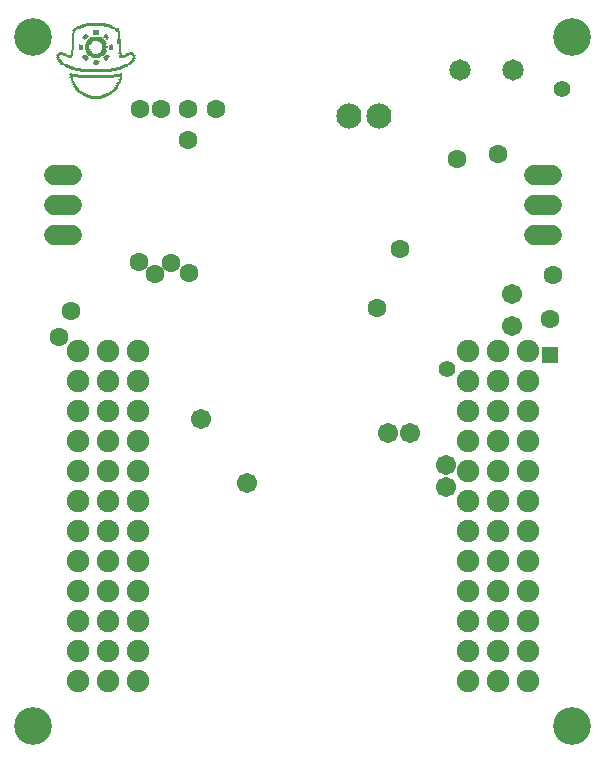
<source format=gbs>
G75*
G70*
%OFA0B0*%
%FSLAX24Y24*%
%IPPOS*%
%LPD*%
%AMOC8*
5,1,8,0,0,1.08239X$1,22.5*
%
%ADD10R,0.0420X0.0030*%
%ADD11R,0.0600X0.0030*%
%ADD12R,0.0750X0.0030*%
%ADD13R,0.0270X0.0030*%
%ADD14R,0.0240X0.0030*%
%ADD15R,0.0210X0.0030*%
%ADD16R,0.0180X0.0030*%
%ADD17R,0.0150X0.0030*%
%ADD18R,0.0120X0.0030*%
%ADD19R,0.0090X0.0030*%
%ADD20R,0.1230X0.0030*%
%ADD21R,0.1740X0.0030*%
%ADD22R,0.0300X0.0030*%
%ADD23R,0.1050X0.0030*%
%ADD24R,0.1410X0.0030*%
%ADD25R,0.1650X0.0030*%
%ADD26R,0.0060X0.0030*%
%ADD27R,0.0360X0.0030*%
%ADD28R,0.0450X0.0030*%
%ADD29R,0.0540X0.0030*%
%ADD30R,0.0030X0.0030*%
%ADD31R,0.0570X0.0030*%
%ADD32R,0.0330X0.0030*%
%ADD33R,0.0480X0.0030*%
%ADD34R,0.0390X0.0030*%
%ADD35R,0.1080X0.0030*%
%ADD36R,0.0930X0.0030*%
%ADD37R,0.0660X0.0030*%
%ADD38C,0.0753*%
%ADD39C,0.0631*%
%ADD40C,0.0840*%
%ADD41C,0.0714*%
%ADD42C,0.0680*%
%ADD43C,0.0674*%
%ADD44C,0.1261*%
%ADD45C,0.0556*%
%ADD46R,0.0556X0.0556*%
D10*
X005786Y027121D03*
X005096Y028111D03*
X006506Y028111D03*
D11*
X005786Y029041D03*
X005786Y027151D03*
D12*
X005801Y027181D03*
D13*
X006101Y027211D03*
X006521Y027901D03*
X006701Y028531D03*
X006941Y028621D03*
X005801Y029161D03*
D14*
X005996Y029011D03*
X005996Y028621D03*
X005786Y028471D03*
X004886Y028171D03*
X004646Y028621D03*
X005246Y029491D03*
X006686Y028501D03*
X006716Y028171D03*
X006176Y027241D03*
X005486Y027211D03*
D15*
X005411Y027241D03*
X005801Y028291D03*
X005801Y028321D03*
X005591Y028621D03*
X005561Y028651D03*
X005441Y028471D03*
X005561Y028981D03*
X005591Y029011D03*
X005441Y029161D03*
X004901Y028501D03*
X004781Y028561D03*
X004811Y028201D03*
X006131Y028471D03*
X006131Y029161D03*
X006341Y029491D03*
X006401Y029461D03*
D16*
X006446Y029431D03*
X006026Y028981D03*
X006056Y028951D03*
X006086Y028831D03*
X006086Y028801D03*
X006056Y028711D03*
X006056Y028681D03*
X006026Y028651D03*
X006146Y028501D03*
X005816Y028351D03*
X005456Y028441D03*
X005426Y028501D03*
X005546Y028681D03*
X005516Y028741D03*
X005516Y028921D03*
X005546Y028951D03*
X005426Y029131D03*
X005456Y029191D03*
X005786Y029251D03*
X005786Y029281D03*
X005786Y029311D03*
X005786Y029341D03*
X005786Y029371D03*
X005186Y029461D03*
X004706Y028261D03*
X004766Y028231D03*
X005306Y027301D03*
X005366Y027271D03*
X006236Y027271D03*
X006776Y028201D03*
X006836Y028231D03*
X006656Y028471D03*
X006806Y028561D03*
D17*
X006911Y028291D03*
X006881Y028261D03*
X006131Y028441D03*
X006071Y028741D03*
X006071Y028771D03*
X006071Y028861D03*
X006071Y028891D03*
X006071Y028921D03*
X006281Y028891D03*
X006281Y028861D03*
X006281Y028831D03*
X006281Y028801D03*
X006281Y028771D03*
X006161Y029131D03*
X006131Y029191D03*
X006491Y029401D03*
X005801Y028381D03*
X005801Y028261D03*
X005531Y028711D03*
X005501Y028771D03*
X005501Y028801D03*
X005501Y028831D03*
X005501Y028861D03*
X005501Y028891D03*
X005291Y028831D03*
X004931Y028471D03*
X004661Y028291D03*
X004631Y028321D03*
X004601Y028351D03*
X004631Y028651D03*
X005141Y029431D03*
X005171Y027421D03*
X005201Y027391D03*
X005231Y027361D03*
X005261Y027331D03*
X006281Y027301D03*
X006311Y027331D03*
D18*
X006356Y027361D03*
X006386Y027391D03*
X006416Y027421D03*
X006446Y027451D03*
X006476Y027481D03*
X006506Y027541D03*
X006536Y027601D03*
X006566Y027661D03*
X006596Y027751D03*
X006956Y028321D03*
X006986Y028351D03*
X007016Y028381D03*
X007046Y028441D03*
X007046Y028561D03*
X006956Y028651D03*
X006596Y028621D03*
X006566Y028951D03*
X006566Y028981D03*
X006566Y029011D03*
X006566Y029041D03*
X006566Y029071D03*
X006536Y029341D03*
X006506Y029371D03*
X006116Y029221D03*
X006296Y028741D03*
X006146Y028531D03*
X006116Y028411D03*
X005456Y028411D03*
X005426Y028531D03*
X005306Y028741D03*
X005306Y028771D03*
X005306Y028801D03*
X005306Y028861D03*
X005306Y028891D03*
X005426Y029101D03*
X005456Y029221D03*
X005096Y029401D03*
X005066Y029371D03*
X004526Y028531D03*
X004526Y028471D03*
X004556Y028411D03*
X004586Y028381D03*
X004976Y027811D03*
X005036Y027631D03*
X005066Y027571D03*
X005096Y027511D03*
X005126Y027481D03*
X005156Y027451D03*
D19*
X005081Y027541D03*
X005051Y027601D03*
X005021Y027661D03*
X005021Y027691D03*
X004991Y027721D03*
X004991Y027751D03*
X004991Y027781D03*
X004961Y027931D03*
X004991Y028561D03*
X004991Y028591D03*
X004991Y028621D03*
X004991Y028651D03*
X004991Y028681D03*
X004991Y028711D03*
X005021Y028741D03*
X005021Y028771D03*
X005021Y028801D03*
X005021Y028831D03*
X005021Y028861D03*
X005021Y028891D03*
X005021Y028921D03*
X005021Y028951D03*
X005021Y028981D03*
X005021Y029011D03*
X005021Y029041D03*
X005021Y029071D03*
X005021Y029101D03*
X005021Y029131D03*
X005021Y029161D03*
X005021Y029191D03*
X005021Y029221D03*
X005021Y029251D03*
X005021Y029281D03*
X005051Y029311D03*
X005051Y029341D03*
X004541Y028561D03*
X004511Y028501D03*
X004541Y028441D03*
X006161Y029101D03*
X006551Y029101D03*
X006551Y029131D03*
X006551Y029161D03*
X006551Y029191D03*
X006551Y029221D03*
X006551Y029251D03*
X006551Y029281D03*
X006551Y029311D03*
X006581Y028921D03*
X006581Y028891D03*
X006581Y028861D03*
X006581Y028831D03*
X006581Y028801D03*
X006581Y028771D03*
X006581Y028741D03*
X006581Y028711D03*
X006581Y028681D03*
X006581Y028651D03*
X006611Y028591D03*
X006611Y028561D03*
X007031Y028411D03*
X007061Y028471D03*
X007061Y028501D03*
X007061Y028531D03*
X006611Y027931D03*
X006611Y027811D03*
X006611Y027781D03*
X006581Y027721D03*
X006581Y027691D03*
X006551Y027631D03*
X006521Y027571D03*
X006491Y027511D03*
D20*
X005801Y027811D03*
D21*
X005786Y027841D03*
X005786Y027871D03*
D22*
X005066Y027901D03*
X004976Y028141D03*
X004886Y028531D03*
X005336Y029521D03*
X006236Y029521D03*
X006926Y028591D03*
X006626Y028141D03*
D23*
X005801Y028021D03*
D24*
X005801Y028051D03*
D25*
X005801Y028081D03*
D26*
X005456Y028381D03*
X005456Y029251D03*
X006116Y029251D03*
X006146Y029071D03*
X006146Y028561D03*
X006116Y028381D03*
D27*
X005786Y028501D03*
D28*
X005801Y028531D03*
D29*
X005786Y028561D03*
X005786Y029071D03*
D30*
X005441Y029071D03*
X005261Y028921D03*
X005441Y028561D03*
X006311Y028921D03*
D31*
X005801Y028591D03*
D32*
X004661Y028591D03*
D33*
X005786Y029101D03*
D34*
X005801Y029131D03*
D35*
X005786Y029551D03*
D36*
X005801Y029581D03*
D37*
X005786Y029611D03*
D38*
X006198Y018700D03*
X006198Y017700D03*
X006198Y016700D03*
X006198Y015700D03*
X006198Y014700D03*
X006198Y013700D03*
X006198Y012700D03*
X006198Y011700D03*
X006198Y010700D03*
X006198Y009700D03*
X006198Y008700D03*
X006198Y007700D03*
X005198Y007700D03*
X005198Y008700D03*
X005198Y009700D03*
X005198Y010700D03*
X005198Y011700D03*
X005198Y012700D03*
X005198Y013700D03*
X005198Y014700D03*
X005198Y015700D03*
X005198Y016700D03*
X005198Y017700D03*
X005198Y018700D03*
X007201Y018700D03*
X007201Y017700D03*
X007201Y016700D03*
X007201Y015700D03*
X007201Y014700D03*
X007201Y013700D03*
X007201Y012700D03*
X007201Y011700D03*
X007201Y010700D03*
X007201Y009700D03*
X007201Y008700D03*
X007201Y007700D03*
X018198Y007697D03*
X018198Y008697D03*
X018198Y009697D03*
X018198Y010697D03*
X018198Y011697D03*
X018198Y012697D03*
X018198Y013697D03*
X018198Y014697D03*
X018198Y015697D03*
X018198Y016697D03*
X018198Y017697D03*
X018198Y018697D03*
X019199Y018699D03*
X019199Y017699D03*
X019199Y016699D03*
X019199Y015699D03*
X019199Y014699D03*
X019199Y013699D03*
X019199Y012699D03*
X019199Y011699D03*
X019199Y010699D03*
X019199Y009699D03*
X019199Y008699D03*
X019199Y007699D03*
X020199Y007699D03*
X020199Y008699D03*
X020199Y009699D03*
X020199Y010699D03*
X020199Y011699D03*
X020199Y012699D03*
X020199Y013699D03*
X020199Y014699D03*
X020199Y015699D03*
X020199Y016699D03*
X020199Y017699D03*
X020199Y018699D03*
D39*
X020921Y019771D03*
X021011Y021241D03*
X019206Y025269D03*
X017832Y025118D03*
X015941Y022111D03*
X015146Y020135D03*
X009791Y026791D03*
X008861Y026791D03*
X007961Y026791D03*
X007271Y026791D03*
X008861Y025741D03*
X008291Y021661D03*
X007751Y021271D03*
X007241Y021691D03*
X008891Y021301D03*
X004961Y020041D03*
X004571Y019171D03*
D40*
X014214Y026560D03*
X015214Y026560D03*
D41*
X017929Y028072D03*
X019681Y028072D03*
D42*
X020381Y024591D02*
X020981Y024591D01*
X020981Y023591D02*
X020381Y023591D01*
X020381Y022591D02*
X020981Y022591D01*
X005001Y022591D02*
X004401Y022591D01*
X004401Y023591D02*
X005001Y023591D01*
X005001Y024591D02*
X004401Y024591D01*
D43*
X009295Y016431D03*
X010815Y014317D03*
X015516Y015978D03*
X016244Y015978D03*
X017445Y014915D03*
X017445Y014187D03*
X019646Y019541D03*
X019657Y020620D03*
D44*
X003705Y006214D03*
X003705Y029167D03*
X021657Y029167D03*
X021657Y006214D03*
D45*
X017504Y018104D03*
X017832Y025118D03*
X021311Y027451D03*
D46*
X020921Y018571D03*
M02*

</source>
